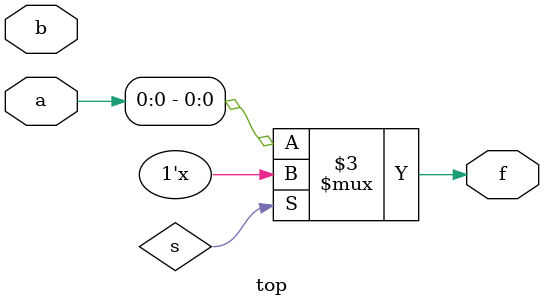
<source format=v>
module top(
   input  [3:0] a,
   input  [1:0] b,
   output f
);//二位四选一选择器
  // assign f = (a[0]&~b[0]&~b[1])|(a[1]&b[0]&~b[1])|(a[2]&b[1]&~b[0])|(a[3]&b[1]&b[0]);
  always @(s or a)
    case(s)
      2'b00:f=a[0];
      2'b01:y=a[1];
      2'b10:y=a[2];
      2'b11:y=a[3];
      default:y=2'b00;
    endcase
endmodule
</source>
